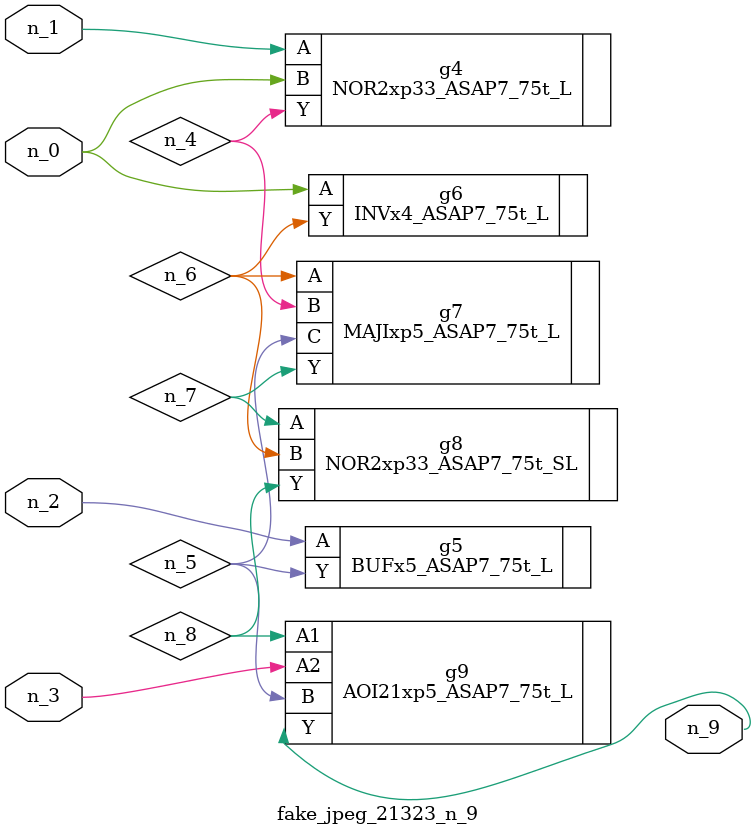
<source format=v>
module fake_jpeg_21323_n_9 (n_0, n_3, n_2, n_1, n_9);

input n_0;
input n_3;
input n_2;
input n_1;

output n_9;

wire n_4;
wire n_8;
wire n_6;
wire n_5;
wire n_7;

NOR2xp33_ASAP7_75t_L g4 ( 
.A(n_1),
.B(n_0),
.Y(n_4)
);

BUFx5_ASAP7_75t_L g5 ( 
.A(n_2),
.Y(n_5)
);

INVx4_ASAP7_75t_L g6 ( 
.A(n_0),
.Y(n_6)
);

MAJIxp5_ASAP7_75t_L g7 ( 
.A(n_6),
.B(n_4),
.C(n_5),
.Y(n_7)
);

NOR2xp33_ASAP7_75t_SL g8 ( 
.A(n_7),
.B(n_6),
.Y(n_8)
);

AOI21xp5_ASAP7_75t_L g9 ( 
.A1(n_8),
.A2(n_3),
.B(n_5),
.Y(n_9)
);


endmodule
</source>
